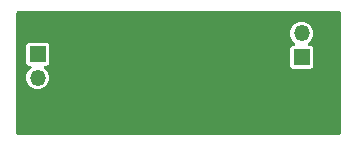
<source format=gbr>
%TF.GenerationSoftware,KiCad,Pcbnew,8.0.8*%
%TF.CreationDate,2025-01-23T18:16:18+08:00*%
%TF.ProjectId,5V24VBoostUp,35563234-5642-46f6-9f73-7455702e6b69,rev?*%
%TF.SameCoordinates,Original*%
%TF.FileFunction,Copper,L2,Bot*%
%TF.FilePolarity,Positive*%
%FSLAX46Y46*%
G04 Gerber Fmt 4.6, Leading zero omitted, Abs format (unit mm)*
G04 Created by KiCad (PCBNEW 8.0.8) date 2025-01-23 18:16:18*
%MOMM*%
%LPD*%
G01*
G04 APERTURE LIST*
%TA.AperFunction,ComponentPad*%
%ADD10R,1.350000X1.350000*%
%TD*%
%TA.AperFunction,ComponentPad*%
%ADD11O,1.350000X1.350000*%
%TD*%
G04 APERTURE END LIST*
D10*
%TO.P,J2,1,Pin_1*%
%TO.N,Net-(D1-K)*%
X158648400Y-67614800D03*
D11*
%TO.P,J2,2,Pin_2*%
%TO.N,Net-(J1-Pin_1)*%
X158648400Y-65614800D03*
%TD*%
D10*
%TO.P,J1,1,Pin_1*%
%TO.N,Net-(J1-Pin_1)*%
X136296400Y-67368800D03*
D11*
%TO.P,J1,2,Pin_2*%
%TO.N,Net-(J1-Pin_2)*%
X136296400Y-69368800D03*
%TD*%
%TA.AperFunction,NonConductor*%
G36*
X161951739Y-63766185D02*
G01*
X161997494Y-63818989D01*
X162008700Y-63870500D01*
X162008700Y-74051500D01*
X161989015Y-74118539D01*
X161936211Y-74164294D01*
X161884700Y-74175500D01*
X134634900Y-74175500D01*
X134567861Y-74155815D01*
X134522106Y-74103011D01*
X134510900Y-74051500D01*
X134510900Y-69368800D01*
X135316180Y-69368800D01*
X135335014Y-69560029D01*
X135390796Y-69743918D01*
X135481373Y-69913375D01*
X135481377Y-69913382D01*
X135603279Y-70061920D01*
X135751817Y-70183822D01*
X135751824Y-70183826D01*
X135921281Y-70274403D01*
X135921283Y-70274403D01*
X135921286Y-70274405D01*
X136105169Y-70330185D01*
X136105168Y-70330185D01*
X136122314Y-70331873D01*
X136296400Y-70349020D01*
X136487631Y-70330185D01*
X136671514Y-70274405D01*
X136840981Y-70183823D01*
X136989520Y-70061920D01*
X137111423Y-69913381D01*
X137202005Y-69743914D01*
X137257785Y-69560031D01*
X137276620Y-69368800D01*
X137257785Y-69177569D01*
X137202005Y-68993686D01*
X137202003Y-68993683D01*
X137202003Y-68993681D01*
X137111426Y-68824224D01*
X137111422Y-68824217D01*
X136989520Y-68675679D01*
X136853623Y-68564152D01*
X136814289Y-68506407D01*
X136812418Y-68436562D01*
X136848605Y-68376794D01*
X136911361Y-68346078D01*
X136932287Y-68344299D01*
X137016264Y-68344299D01*
X137016279Y-68344297D01*
X137016282Y-68344297D01*
X137041387Y-68341386D01*
X137041388Y-68341385D01*
X137041391Y-68341385D01*
X137144165Y-68296006D01*
X137223606Y-68216565D01*
X137268985Y-68113791D01*
X137271900Y-68088665D01*
X137271899Y-66648936D01*
X137271120Y-66642215D01*
X137268986Y-66623812D01*
X137268985Y-66623810D01*
X137268985Y-66623809D01*
X137223606Y-66521035D01*
X137144165Y-66441594D01*
X137094007Y-66419447D01*
X137041392Y-66396215D01*
X137016265Y-66393300D01*
X135576543Y-66393300D01*
X135576517Y-66393302D01*
X135551412Y-66396213D01*
X135551408Y-66396215D01*
X135448635Y-66441593D01*
X135369194Y-66521034D01*
X135323815Y-66623806D01*
X135323815Y-66623808D01*
X135320900Y-66648931D01*
X135320900Y-68088656D01*
X135320902Y-68088682D01*
X135323813Y-68113787D01*
X135323815Y-68113791D01*
X135369193Y-68216564D01*
X135369194Y-68216565D01*
X135448635Y-68296006D01*
X135551409Y-68341385D01*
X135576535Y-68344300D01*
X135660512Y-68344299D01*
X135727548Y-68363983D01*
X135773304Y-68416786D01*
X135783248Y-68485945D01*
X135754224Y-68549501D01*
X135739175Y-68564152D01*
X135603279Y-68675679D01*
X135481377Y-68824217D01*
X135481373Y-68824224D01*
X135390796Y-68993681D01*
X135335014Y-69177570D01*
X135316180Y-69368800D01*
X134510900Y-69368800D01*
X134510900Y-65614800D01*
X157668180Y-65614800D01*
X157687014Y-65806029D01*
X157742796Y-65989918D01*
X157833373Y-66159375D01*
X157833377Y-66159382D01*
X157955279Y-66307920D01*
X158091176Y-66419447D01*
X158130510Y-66477192D01*
X158132381Y-66547037D01*
X158096194Y-66606805D01*
X158033438Y-66637521D01*
X158012512Y-66639300D01*
X157928544Y-66639300D01*
X157928517Y-66639302D01*
X157903412Y-66642213D01*
X157903408Y-66642215D01*
X157800635Y-66687593D01*
X157721194Y-66767034D01*
X157675815Y-66869806D01*
X157675815Y-66869808D01*
X157672900Y-66894931D01*
X157672900Y-68334656D01*
X157672902Y-68334682D01*
X157675813Y-68359787D01*
X157675815Y-68359791D01*
X157721193Y-68462564D01*
X157721194Y-68462565D01*
X157800635Y-68542006D01*
X157903409Y-68587385D01*
X157928535Y-68590300D01*
X159368264Y-68590299D01*
X159368279Y-68590297D01*
X159368282Y-68590297D01*
X159393387Y-68587386D01*
X159393388Y-68587385D01*
X159393391Y-68587385D01*
X159496165Y-68542006D01*
X159575606Y-68462565D01*
X159620985Y-68359791D01*
X159623900Y-68334665D01*
X159623899Y-66894936D01*
X159623897Y-66894917D01*
X159620986Y-66869812D01*
X159620985Y-66869810D01*
X159620985Y-66869809D01*
X159575606Y-66767035D01*
X159496165Y-66687594D01*
X159408629Y-66648943D01*
X159393392Y-66642215D01*
X159368268Y-66639300D01*
X159284289Y-66639300D01*
X159217250Y-66619615D01*
X159171495Y-66566811D01*
X159161551Y-66497653D01*
X159190576Y-66434097D01*
X159205624Y-66419447D01*
X159341520Y-66307920D01*
X159463422Y-66159382D01*
X159463426Y-66159375D01*
X159554003Y-65989918D01*
X159554003Y-65989917D01*
X159554005Y-65989914D01*
X159609785Y-65806031D01*
X159628620Y-65614800D01*
X159609785Y-65423569D01*
X159554005Y-65239686D01*
X159554003Y-65239683D01*
X159554003Y-65239681D01*
X159463426Y-65070224D01*
X159463422Y-65070217D01*
X159341520Y-64921679D01*
X159192982Y-64799777D01*
X159192975Y-64799773D01*
X159023518Y-64709196D01*
X158931572Y-64681305D01*
X158839631Y-64653415D01*
X158839629Y-64653414D01*
X158839631Y-64653414D01*
X158648400Y-64634580D01*
X158457170Y-64653414D01*
X158273281Y-64709196D01*
X158103824Y-64799773D01*
X158103817Y-64799777D01*
X157955279Y-64921679D01*
X157833377Y-65070217D01*
X157833373Y-65070224D01*
X157742796Y-65239681D01*
X157687014Y-65423570D01*
X157668180Y-65614800D01*
X134510900Y-65614800D01*
X134510900Y-63870500D01*
X134530585Y-63803461D01*
X134583389Y-63757706D01*
X134634900Y-63746500D01*
X161884700Y-63746500D01*
X161951739Y-63766185D01*
G37*
%TD.AperFunction*%
M02*

</source>
